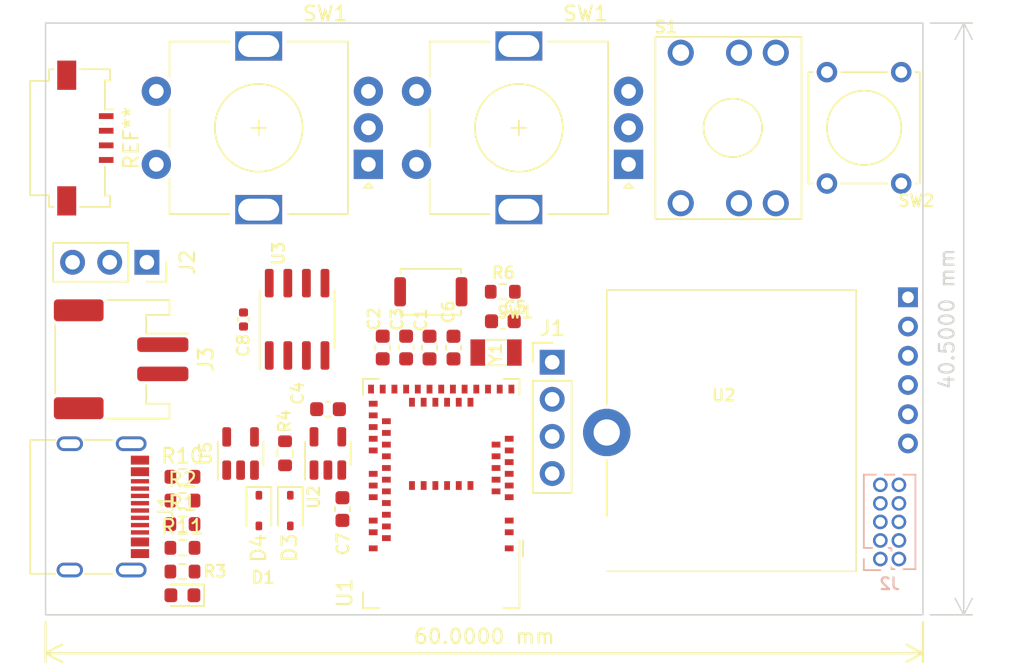
<source format=kicad_pcb>
(kicad_pcb (version 20221018) (generator pcbnew)
  (layers (0 "F.Cu" signal) (1 "In1.Cu" power "GND") (2 "In2.Cu" power "3.3V") (31 "B.Cu" signal) (34 "B.Paste" user) (35 "F.Paste" user) (36 "B.SilkS" user "B.Silkscreen") (37 "F.SilkS" user "F.Silkscreen") (38 "B.Mask" user) (39 "F.Mask" user) (44 "Edge.Cuts" user))
  (net 0 "")
  (net 1 "GND")
  (net 2 "/VCC")
  (net 3 "Net-(D1-K)")
  (net 4 "P0.03{slash}AIN1")
  (net 5 "P0.29{slash}AIN5")
  (net 6 "P0.31{slash}AIN7")
  (net 7 "P0.28{slash}AIN4")
  (net 8 "P0.30{slash}AIN6")
  (net 9 "P0.04{slash}AIN2")
  (net 10 "P0.05{slash}AIN3")
  (net 11 "P0.06")
  (net 12 "P0.07")
  (net 13 "/SWDIO")
  (net 14 "+3.3V")
  (net 15 "/SWCLK")
  (net 16 "P0.02{slash}AIN0")
  (net 17 "P0.15")
  (net 18 "P0.17")
  (net 19 "P0.23")
  (net 20 "SDA")
  (net 21 "SCL")
  (footprint "Package_TO_SOT_SMD:SOT-23-5" (layer "F.Cu") (at 123.26 73.79 90)
    (fp_text reference "U5" (at 0 -2.4 90) (layer "F.SilkS") (effects (font (size 0.8 0.8))))
    (fp_text value "AP2112K-3.3")
    (fp_line (start 0 -1.56) (end -1.8 -1.56) (stroke (width 0.12)) (layer "F.SilkS"))
    (fp_line (start 0 -1.56) (end 0.8 -1.56) (stroke (width 0.12)) (layer "F.SilkS"))
    (fp_line (start 0 1.56) (end -0.8 1.56) (stroke (width 0.12)) (layer "F.SilkS"))
    (fp_line (start 0 1.56) (end 0.8 1.56) (stroke (width 0.12)) (layer "F.SilkS"))
    (pad "1" smd roundrect (at -1.1375 -0.95 90) (size 1.325 0.6) (layers "F.Cu" "F.Paste" "F.Mask"))
    (pad "2" smd roundrect (at -1.1375 0 90) (size 1.325 0.6) (layers "F.Cu" "F.Paste" "F.Mask") (net 1 "GND"))
    (pad "3" smd roundrect (at -1.1375 0.95 90) (size 1.325 0.6) (layers "F.Cu" "F.Paste" "F.Mask"))
    (pad "4" smd roundrect (at 1.1375 0.95 90) (size 1.325 0.6) (layers "F.Cu" "F.Paste" "F.Mask"))
    (pad "5" smd roundrect (at 1.1375 -0.95 90) (size 1.325 0.6) (layers "F.Cu" "F.Paste" "F.Mask") (net 14 "+3.3V"))
  )
  (footprint "Diode_SMD:D_SOD-323" (layer "F.Cu") (at 126.66 77.695 -90)
    (fp_text reference "D3" (at 2.55 0.05 -270) (layer "F.SilkS"))
    (fp_text value "BAT20J")
    (fp_line (start -1.61 -0.85) (end -1.61 0.85) (stroke (width 0.12)) (layer "F.SilkS"))
    (fp_line (start -1.61 -0.85) (end 1.05 -0.85) (stroke (width 0.12)) (layer "F.SilkS"))
    (fp_line (start -1.61 0.85) (end 1.05 0.85) (stroke (width 0.12)) (layer "F.SilkS"))
    (pad "1" smd roundrect (at -1.05 0 270) (size 0.6 0.45) (layers "F.Cu" "F.Paste" "F.Mask"))
    (pad "2" smd roundrect (at 1.05 0 270) (size 0.6 0.45) (layers "F.Cu" "F.Paste" "F.Mask"))
  )
  (footprint "Button_Switch_THT:SW_Tactile_Straight_KSL0Axx1LFTR" (layer "F.Cu") (at 168.44 47.69 -90)
    (fp_text reference "SW2" (at 8.7909 -1.0286) (layer "F.SilkS") (effects (font (size 0.8 0.8))))
    (fp_text value "Button_0")
    (fp_line (start 0 -1.27) (end 0 -0.97) (stroke (width 0.12)) (layer "F.SilkS"))
    (fp_line (start 0 -1.27) (end 7.62 -1.27) (stroke (width 0.12)) (layer "F.SilkS"))
    (fp_line (start 0 0.97) (end 0 4.11) (stroke (width 0.12)) (layer "F.SilkS"))
    (fp_line (start 0 6.05) (end 0 6.35) (stroke (width 0.12)) (layer "F.SilkS"))
    (fp_line (start 7.62 -1.27) (end 7.62 -0.97) (stroke (width 0.12)) (layer "F.SilkS"))
    (fp_line (start 7.62 0.97) (end 7.62 4.11) (stroke (width 0.12)) (layer "F.SilkS"))
    (fp_line (start 7.62 6.05) (end 7.62 6.35) (stroke (width 0.12)) (layer "F.SilkS"))
    (fp_line (start 7.62 6.35) (end 0 6.35) (stroke (width 0.12)) (layer "F.SilkS"))
    (fp_circle (center 3.81 2.54) (end 3.81 0) (stroke (width 0.12)) (fill none) (layer "F.SilkS"))
    (pad "1" thru_hole circle (at 0 0 270) (size 1.397 1.397) (drill 0.8128) (layers "*.Cu" "*.Mask") (net 1 "GND"))
    (pad "1" thru_hole circle (at 7.62 0 270) (size 1.397 1.397) (drill 0.8128) (layers "*.Cu" "*.Mask") (net 1 "GND"))
    (pad "2" thru_hole circle (at 0 5.08 270) (size 1.397 1.397) (drill 0.8128) (layers "*.Cu" "*.Mask") (net 9 "P0.04{slash}AIN2"))
    (pad "2" thru_hole circle (at 7.62 5.08 270) (size 1.397 1.397) (drill 0.8128) (layers "*.Cu" "*.Mask") (net 9 "P0.04{slash}AIN2"))
  )
  (footprint "Connector_FFC-FPC:Molex_200528-0040_1x04-1MP_P1.00mm_Horizontal" (layer "F.Cu") (at 113.16 52.2 -90)
    (fp_text reference "REF**" (at 0 -2.61 -270) (layer "F.SilkS"))
    (fp_text value "I2C")
    (fp_line (start -4.71 -1.17) (end -4.71 0.88) (stroke (width 0.12)) (layer "F.SilkS"))
    (fp_line (start -4.71 2.7) (end -4.71 3) (stroke (width 0.12)) (layer "F.SilkS"))
    (fp_line (start -4.71 3) (end -3.91 3) (stroke (width 0.12)) (layer "F.SilkS"))
    (fp_line (start -3.94 -1.17) (end -4.71 -1.17) (stroke (width 0.12)) (layer "F.SilkS"))
    (fp_line (start -3.94 -0.82) (end -3.94 -1.17) (stroke (width 0.12)) (layer "F.SilkS"))
    (fp_line (start -3.91 3) (end -3.91 4.3) (stroke (width 0.12)) (layer "F.SilkS"))
    (fp_line (start -3.91 4.3) (end 3.91 4.3) (stroke (width 0.12)) (layer "F.SilkS"))
    (fp_line (start -1.96 -1.41) (end -1.96 -0.82) (stroke (width 0.12)) (layer "F.SilkS"))
    (fp_line (start -1.96 -0.82) (end -3.94 -0.82) (stroke (width 0.12)) (layer "F.SilkS"))
    (fp_line (start 3.91 3) (end 4.71 3) (stroke (width 0.12)) (layer "F.SilkS"))
    (fp_line (start 3.91 4.3) (end 3.91 3) (stroke (width 0.12)) (layer "F.SilkS"))
    (fp_line (start 3.94 -1.17) (end 3.94 -0.82) (stroke (width 0.12)) (layer "F.SilkS"))
    (fp_line (start 3.94 -0.82) (end 1.96 -0.82) (stroke (width 0.12)) (layer "F.SilkS"))
    (fp_line (start 4.71 -1.17) (end 3.94 -1.17) (stroke (width 0.12)) (layer "F.SilkS"))
    (fp_line (start 4.71 0.88) (end 4.71 -1.17) (stroke (width 0.12)) (layer "F.SilkS"))
    (fp_line (start 4.71 3) (end 4.71 2.7) (stroke (width 0.12)) (layer "F.SilkS"))
    (pad "1" smd rect (at -1.5 -0.91 270) (size 0.4 1) (layers "F.Cu" "F.Paste" "F.Mask"))
    (pad "2" smd rect (at -0.5 -0.91 270) (size 0.4 1) (layers "F.Cu" "F.Paste" "F.Mask"))
    (pad "3" smd rect (at 0.5 -0.91 270) (size 0.4 1) (layers "F.Cu" "F.Paste" "F.Mask"))
    (pad "4" smd rect (at 1.5 -0.91 270) (size 0.4 1) (layers "F.Cu" "F.Paste" "F.Mask"))
    (pad "MP" smd rect (at -4.3 1.79 270) (size 2 1.3) (layers "F.Cu" "F.Paste" "F.Mask"))
    (pad "MP" smd rect (at 4.3 1.79 270) (size 2 1.3) (layers "F.Cu" "F.Paste" "F.Mask"))
  )
  (footprint "Diode_SMD:D_SOD-323" (layer "F.Cu") (at 124.51 77.695 -90)
    (fp_text reference "D4" (at 2.575 0.025 -270) (layer "F.SilkS"))
    (fp_text value "BAT20J")
    (fp_line (start -1.61 -0.85) (end -1.61 0.85) (stroke (width 0.12)) (layer "F.SilkS"))
    (fp_line (start -1.61 -0.85) (end 1.05 -0.85) (stroke (width 0.12)) (layer "F.SilkS"))
    (fp_line (start -1.61 0.85) (end 1.05 0.85) (stroke (width 0.12)) (layer "F.SilkS"))
    (pad "1" smd roundrect (at -1.05 0 270) (size 0.6 0.45) (layers "F.Cu" "F.Paste" "F.Mask"))
    (pad "2" smd roundrect (at 1.05 0 270) (size 0.6 0.45) (layers "F.Cu" "F.Paste" "F.Mask"))
  )
  (footprint "Capacitor_SMD:C_0603_1608Metric" (layer "F.Cu") (at 130.225 77.59 -90)
    (fp_text reference "C7" (at 2.38 -0.035 -270) (layer "F.SilkS") (effects (font (size 0.8 0.8))))
    (fp_text value "4u7")
    (fp_line (start -0.14058 -0.51) (end 0.14058 -0.51) (stroke (width 0.12)) (layer "F.SilkS"))
    (fp_line (start -0.14058 0.51) (end 0.14058 0.51) (stroke (width 0.12)) (layer "F.SilkS"))
    (pad "1" smd roundrect (at -0.775 0 270) (size 0.9 0.95) (layers "F.Cu" "F.Paste" "F.Mask"))
    (pad "2" smd roundrect (at 0.775 0 270) (size 0.9 0.95) (layers "F.Cu" "F.Paste" "F.Mask") (net 1 "GND"))
  )
  (footprint "Package_SO:SOIC-8_3.9x4.9mm_P1.27mm" (layer "F.Cu") (at 127.125 64.605 90)
    (fp_text reference "U3" (at 4.5094 -1.2764 90) (layer "F.SilkS") (effects (font (size 0.8 0.8))))
    (fp_text value "CAT24C256")
    (fp_line (start 0 -2.56) (end -3.45 -2.56) (stroke (width 0.12)) (layer "F.SilkS"))
    (fp_line (start 0 -2.56) (end 1.95 -2.56) (stroke (width 0.12)) (layer "F.SilkS"))
    (fp_line (start 0 2.56) (end -1.95 2.56) (stroke (width 0.12)) (layer "F.SilkS"))
    (fp_line (start 0 2.56) (end 1.95 2.56) (stroke (width 0.12)) (layer "F.SilkS"))
    (pad "1" smd roundrect (at -2.475 -1.905 90) (size 1.95 0.6) (layers "F.Cu" "F.Paste" "F.Mask") (net 1 "GND"))
    (pad "2" smd roundrect (at -2.475 -0.635 90) (size 1.95 0.6) (layers "F.Cu" "F.Paste" "F.Mask") (net 1 "GND"))
    (pad "3" smd roundrect (at -2.475 0.635 90) (size 1.95 0.6) (layers "F.Cu" "F.Paste" "F.Mask") (net 1 "GND"))
    (pad "4" smd roundrect (at -2.475 1.905 90) (size 1.95 0.6) (layers "F.Cu" "F.Paste" "F.Mask") (net 1 "GND"))
    (pad "5" smd roundrect (at 2.475 1.905 90) (size 1.95 0.6) (layers "F.Cu" "F.Paste" "F.Mask") (net 20 "SDA"))
    (pad "6" smd roundrect (at 2.475 0.635 90) (size 1.95 0.6) (layers "F.Cu" "F.Paste" "F.Mask") (net 21 "SCL"))
    (pad "7" smd roundrect (at 2.475 -0.635 90) (size 1.95 0.6) (layers "F.Cu" "F.Paste" "F.Mask") (net 1 "GND"))
    (pad "8" smd roundrect (at 2.475 -1.905 90) (size 1.95 0.6) (layers "F.Cu" "F.Paste" "F.Mask") (net 14 "+3.3V"))
  )
  (footprint "Resistor_SMD:R_0603_1608Metric" (layer "F.Cu") (at 141.1906 62.7172 180)
    (fp_text reference "R6" (at -0.0394 1.2972) (layer "F.SilkS") (effects (font (size 0.8 0.8))))
    (fp_text value "10k")
    (fp_line (start -0.237258 -0.5225) (end 0.237258 -0.5225) (stroke (width 0.12)) (layer "F.SilkS"))
    (fp_line (start -0.237258 0.5225) (end 0.237258 0.5225) (stroke (width 0.12)) (layer "F.SilkS"))
    (pad "1" smd roundrect (at -0.825 0 180) (size 0.8 0.95) (layers "F.Cu" "F.Paste" "F.Mask") (net 14 "+3.3V"))
    (pad "2" smd roundrect (at 0.825 0 180) (size 0.8 0.95) (layers "F.Cu" "F.Paste" "F.Mask"))
  )
  (footprint "Capacitor_SMD:C_0603_1608Metric" (layer "F.Cu") (at 137.82 66.54 90)
    (fp_text reference "C6" (at 2.4432 -0.3592 90) (layer "F.SilkS") (effects (font (size 0.8 0.8))))
    (fp_text value "15pF")
    (fp_line (start -0.14058 -0.51) (end 0.14058 -0.51) (stroke (width 0.12)) (layer "F.SilkS"))
    (fp_line (start -0.14058 0.51) (end 0.14058 0.51) (stroke (width 0.12)) (layer "F.SilkS"))
    (pad "1" smd roundrect (at -0.775 0 90) (size 0.9 0.95) (layers "F.Cu" "F.Paste" "F.Mask"))
    (pad "2" smd roundrect (at 0.775 0 90) (size 0.9 0.95) (layers "F.Cu" "F.Paste" "F.Mask") (net 1 "GND"))
  )
  (footprint "Connector_PinHeader_2.54mm:PinHeader_1x04_P2.54mm_Vertical" (layer "F.Cu") (at 144.57 67.54)
    (fp_text reference "J1" (at 0 -2.33) (layer "F.SilkS"))
    (fp_text value "OLED")
    (fp_line (start -1.33 -1.33) (end 0 -1.33) (stroke (width 0.12)) (layer "F.SilkS"))
    (fp_line (start -1.33 0) (end -1.33 -1.33) (stroke (width 0.12)) (layer "F.SilkS"))
    (fp_line (start -1.33 1.27) (end -1.33 8.95) (stroke (width 0.12)) (layer "F.SilkS"))
    (fp_line (start -1.33 1.27) (end 1.33 1.27) (stroke (width 0.12)) (layer "F.SilkS"))
    (fp_line (start -1.33 8.95) (end 1.33 8.95) (stroke (width 0.12)) (layer "F.SilkS"))
    (fp_line (start 1.33 1.27) (end 1.33 8.95) (stroke (width 0.12)) (layer "F.SilkS"))
    (pad "1" thru_hole rect (at 0 0) (size 1.7 1.7) (drill 1) (layers "*.Cu" "*.Mask") (net 1 "GND"))
    (pad "2" thru_hole oval (at 0 2.54) (size 1.7 1.7) (drill 1) (layers "*.Cu" "*.Mask") (net 14 "+3.3V"))
    (pad "3" thru_hole oval (at 0 5.08) (size 1.7 1.7) (drill 1) (layers "*.Cu" "*.Mask") (net 21 "SCL"))
    (pad "4" thru_hole oval (at 0 7.62) (size 1.7 1.7) (drill 1) (layers "*.Cu" "*.Mask") (net 20 "SDA"))
  )
  (footprint "LED_SMD:LED_0603_1608Metric" (layer "F.Cu") (at 119.28 83.49 180)
    (fp_text reference "D1" (at -5.52 1.22) (layer "F.SilkS") (effects (font (size 0.8 0.8))))
    (fp_text value "Yellow")
    (fp_line (start -1.485 -0.735) (end -1.485 0.735) (stroke (width 0.12)) (layer "F.SilkS"))
    (fp_line (start -1.485 0.735) (end 0.8 0.735) (stroke (width 0.12)) (layer "F.SilkS"))
    (fp_line (start 0.8 -0.735) (end -1.485 -0.735) (stroke (width 0.12)) (layer "F.SilkS"))
    (pad "1" smd roundrect (at -0.7875 0 180) (size 0.875 0.95) (layers "F.Cu" "F.Paste" "F.Mask") (net 3 "Net-(D1-K)"))
    (pad "2" smd roundrect (at 0.7875 0 180) (size 0.875 0.95) (layers "F.Cu" "F.Paste" "F.Mask"))
  )
  (footprint "Package_TO_SOT_SMD:SOT-23-5" (layer "F.Cu") (at 129.23 73.785 90)
    (fp_text reference "U2" (at -2.985 -0.97 90) (layer "F.SilkS") (effects (font (size 0.8 0.8))))
    (fp_text value "MCP73831-2-OT")
    (fp_line (start 0 -1.56) (end -1.8 -1.56) (stroke (width 0.12)) (layer "F.SilkS"))
    (fp_line (start 0 -1.56) (end 0.8 -1.56) (stroke (width 0.12)) (layer "F.SilkS"))
    (fp_line (start 0 1.56) (end -0.8 1.56) (stroke (width 0.12)) (layer "F.SilkS"))
    (fp_line (start 0 1.56) (end 0.8 1.56) (stroke (width 0.12)) (layer "F.SilkS"))
    (pad "1" smd roundrect (at -1.1375 -0.95 90) (size 1.325 0.6) (layers "F.Cu" "F.Paste" "F.Mask"))
    (pad "2" smd roundrect (at -1.1375 0 90) (size 1.325 0.6) (layers "F.Cu" "F.Paste" "F.Mask") (net 1 "GND"))
    (pad "3" smd roundrect (at -1.1375 0.95 90) (size 1.325 0.6) (layers "F.Cu" "F.Paste" "F.Mask"))
    (pad "4" smd roundrect (at 1.1375 0.95 90) (size 1.325 0.6) (layers "F.Cu" "F.Paste" "F.Mask"))
    (pad "5" smd roundrect (at 1.1375 -0.95 90) (size 1.325 0.6) (layers "F.Cu" "F.Paste" "F.Mask"))
  )
  (footprint "Resistor_SMD:R_0603_1608Metric" (layer "F.Cu") (at 119.285 75.385)
    (fp_text reference "R10" (at 0 -1.43) (layer "F.SilkS"))
    (fp_text value "5k1")
    (fp_line (start -0.237258 -0.5225) (end 0.237258 -0.5225) (stroke (width 0.12)) (layer "F.SilkS"))
    (fp_line (start -0.237258 0.5225) (end 0.237258 0.5225) (stroke (width 0.12)) (layer "F.SilkS"))
    (pad "1" smd roundrect (at -0.825 0) (size 0.8 0.95) (layers "F.Cu" "F.Paste" "F.Mask"))
    (pad "2" smd roundrect (at 0.825 0) (size 0.8 0.95) (layers "F.Cu" "F.Paste" "F.Mask") (net 1 "GND"))
  )
  (footprint "Connector_JST:JST_PH_S2B-PH-SM4-TB_1x02-1MP_P2.00mm_Horizontal" (layer "F.Cu") (at 115.09 67.34 -90)
    (fp_text reference "J3" (at 0 -5.8 -270) (layer "F.SilkS"))
    (fp_text value "BATT")
    (fp_line (start -4.06 -3.31) (end -3.04 -3.31) (stroke (width 0.12)) (layer "F.SilkS"))
    (fp_line (start -4.06 0.94) (end -4.06 -3.31) (stroke (width 0.12)) (layer "F.SilkS"))
    (fp_line (start -3.04 -3.31) (end -3.04 -1.71) (stroke (width 0.12)) (layer "F.SilkS"))
    (fp_line (start -3.04 -1.71) (end -1.76 -1.71) (stroke (width 0.12)) (layer "F.SilkS"))
    (fp_line (start -2.34 4.51) (end 2.34 4.51) (stroke (width 0.12)) (layer "F.SilkS"))
    (fp_line (start -1.76 -1.71) (end -1.76 -4.6) (stroke (width 0.12)) (layer "F.SilkS"))
    (fp_line (start 3.04 -3.31) (end 3.04 -1.71) (stroke (width 0.12)) (layer "F.SilkS"))
    (fp_line (start 3.04 -1.71) (end 1.76 -1.71) (stroke (width 0.12)) (layer "F.SilkS"))
    (fp_line (start 4.06 -3.31) (end 3.04 -3.31) (stroke (width 0.12)) (layer "F.SilkS"))
    (fp_line (start 4.06 0.94) (end 4.06 -3.31) (stroke (width 0.12)) (layer "F.SilkS"))
    (pad "1" smd roundrect (at -1 -2.85 270) (size 1 3.5) (layers "F.Cu" "F.Paste" "F.Mask"))
    (pad "2" smd roundrect (at 1 -2.85 270) (size 1 3.5) (layers "F.Cu" "F.Paste" "F.Mask") (net 1 "GND"))
    (pad "MP" smd roundrect (at -3.35 2.9 270) (size 1.5 3.4) (layers "F.Cu" "F.Paste" "F.Mask") (roundrect_rratio 0.166667))
    (pad "MP" smd roundrect (at 3.35 2.9 270) (size 1.5 3.4) (layers "F.Cu" "F.Paste" "F.Mask") (roundrect_rratio 0.166667))
  )
  (footprint "Button_Switch_SMD:SW_Push_SPST_NO_Alps_SKRK" (layer "F.Cu") (at 136.27 62.72)
    (fp_text reference "SW1" (at 5.76 1.4) (layer "F.SilkS") (effects (font (size 0.8 0.8))))
    (fp_text value "RESET")
    (fp_line (start -2.07 -1.57) (end 2.07 -1.57) (stroke (width 0.12)) (layer "F.SilkS"))
    (fp_line (start -2.07 -1.27) (end -2.07 -1.57) (stroke (width 0.12)) (layer "F.SilkS"))
    (fp_line (start -2.07 1.57) (end -2.07 1.27) (stroke (width 0.12)) (layer "F.SilkS"))
    (fp_line (start 2.07 -1.57) (end 2.07 -1.27) (stroke (width 0.12)) (layer "F.SilkS"))
    (fp_line (start 2.07 1.27) (end 2.07 1.57) (stroke (width 0.12)) (layer "F.SilkS"))
    (fp_line (start 2.07 1.57) (end -2.07 1.57) (stroke (width 0.12)) (layer "F.SilkS"))
    (pad "1" smd roundrect (at -2.1 0) (size 0.8 2) (layers "F.Cu" "F.Paste" "F.Mask") (net 1 "GND"))
    (pad "2" smd roundrect (at 2.1 0) (size 0.8 2) (layers "F.Cu" "F.Paste" "F.Mask"))
  )
  (footprint "Crystal:Crystal_SMD_3215-2Pin_3.2x1.5mm" (layer "F.Cu") (at 140.73 66.88)
    (fp_text reference "Y1" (at -0.025 0.075 90) (layer "F.SilkS") (effects (font (size 0.8 0.8))))
    (fp_text value "32.768kHz")
    (fp_line (start -0.675 -0.875) (end 0.675 -0.875) (stroke (width 0.12)) (layer "F.SilkS"))
    (fp_line (start -0.675 0.875) (end 0.675 0.875) (stroke (width 0.12)) (layer "F.SilkS"))
    (pad "1" smd rect (at 1.25 0) (size 1 1.8) (layers "F.Cu" "F.Paste" "F.Mask"))
    (pad "2" smd rect (at -1.25 0) (size 1 1.8) (layers "F.Cu" "F.Paste" "F.Mask"))
  )
  (footprint "Capacitor_SMD:C_0603_1608Metric" (layer "F.Cu") (at 132.98 66.535 90)
    (fp_text reference "C2" (at 1.9556 -0.5992 90) (layer "F.SilkS") (effects (font (size 0.8 0.8))))
    (fp_text value "10uF")
    (fp_line (start -0.14058 -0.51) (end 0.14058 -0.51) (stroke (width 0.12)) (layer "F.SilkS"))
    (fp_line (start -0.14058 0.51) (end 0.14058 0.51) (stroke (width 0.12)) (layer "F.SilkS"))
    (pad "1" smd roundrect (at -0.775 0 90) (size 0.9 0.95) (layers "F.Cu" "F.Paste" "F.Mask") (net 14 "+3.3V"))
    (pad "2" smd roundrect (at 0.775 0 90) (size 0.9 0.95) (layers "F.Cu" "F.Paste" "F.Mask") (net 1 "GND"))
  )
  (footprint "Capacitor_SMD:C_0402_1005Metric" (layer "F.Cu") (at 123.4586 64.6156 -90)
    (fp_text reference "C8" (at 1.78 0.01 -270) (layer "F.SilkS") (effects (font (size 0.8 0.8))))
    (fp_text value "100nF")
    (fp_line (start -0.107836 -0.36) (end 0.107836 -0.36) (stroke (width 0.12)) (layer "F.SilkS"))
    (fp_line (start -0.107836 0.36) (end 0.107836 0.36) (stroke (width 0.12)) (layer "F.SilkS"))
    (pad "1" smd roundrect (at -0.48 0 270) (size 0.56 0.62) (layers "F.Cu" "F.Paste" "F.Mask") (net 14 "+3.3V"))
    (pad "2" smd roundrect (at 0.48 0 270) (size 0.56 0.62) (layers "F.Cu" "F.Paste" "F.Mask") (net 1 "GND"))
  )
  (footprint "Capacitor_SMD:C_0603_1608Metric" (layer "F.Cu") (at 141.195 64.74)
    (fp_text reference "C5" (at 0.8378 -0.948) (layer "F.SilkS") (effects (font (size 0.8 0.8))))
    (fp_text value "15pF")
    (fp_line (start -0.14058 -0.51) (end 0.14058 -0.51) (stroke (width 0.12)) (layer "F.SilkS"))
    (fp_line (start -0.14058 0.51) (end 0.14058 0.51) (stroke (width 0.12)) (layer "F.SilkS"))
    (pad "1" smd roundrect (at -0.775 0) (size 0.9 0.95) (layers "F.Cu" "F.Paste" "F.Mask") (net 1 "GND"))
    (pad "2" smd roundrect (at 0.775 0) (size 0.9 0.95) (layers "F.Cu" "F.Paste" "F.Mask"))
  )
  (footprint "Capacitor_SMD:C_0603_1608Metric" (layer "F.Cu") (at 129.24 70.755 180)
    (fp_text reference "C4" (at 2.08 1.085 90) (layer "F.SilkS") (effects (font (size 0.8 0.8))))
    (fp_text value "4u7")
    (fp_line (start -0.14058 -0.51) (end 0.14058 -0.51) (stroke (width 0.12)) (layer "F.SilkS"))
    (fp_line (start -0.14058 0.51) (end 0.14058 0.51) (stroke (width 0.12)) (layer "F.SilkS"))
    (pad "1" smd roundrect (at -0.775 0 180) (size 0.9 0.95) (layers "F.Cu" "F.Paste" "F.Mask"))
    (pad "2" smd roundrect (at 0.775 0 180) (size 0.9 0.95) (layers "F.Cu" "F.Paste" "F.Mask") (net 1 "GND"))
  )
  (footprint "Resistor_SMD:R_0603_1608Metric" (layer "F.Cu") (at 119.285 81.87)
    (fp_text reference "R3" (at 2.225 -0.02) (layer "F.SilkS") (effects (font (size 0.8 0.8))))
    (fp_text value "1k")
    (fp_line (start -0.237258 -0.5225) (end 0.237258 -0.5225) (stroke (width 0.12)) (layer "F.SilkS"))
    (fp_line (start -0.237258 0.5225) (end 0.237258 0.5225) (stroke (width 0.12)) (layer "F.SilkS"))
    (pad "1" smd roundrect (at -0.825 0) (size 0.8 0.95) (layers "F.Cu" "F.Paste" "F.Mask") (net 3 "Net-(D1-K)"))
    (pad "2" smd roundrect (at 0.825 0) (size 0.8 0.95) (layers "F.Cu" "F.Paste" "F.Mask"))
  )
  (footprint "RF_Module:Raytac_MDBT50Q" (layer "F.Cu") (at 136.98 76.53 180)
    (fp_text reference "U1" (at 6.6 -6.8 90) (layer "F.SilkS"))
    (fp_text value "MDBT50Q-P1MV2")
    (fp_line (start -5.6 -4.3) (end -5.6 -3.2) (stroke (width 0.12)) (layer "F.SilkS"))
    (fp_line (start -5.35 -7.85) (end -5.35 -3.2) (stroke (width 0.12)) (layer "F.SilkS"))
    (fp_line (start -5.35 6.75) (end -5.35 7.85) (stroke (width 0.12)) (layer "F.SilkS"))
    (fp_line (start -5.35 7.85) (end -4.25 7.85) (stroke (width 0.12)) (layer "F.SilkS"))
    (fp_line (start -4.25 -7.85) (end -5.35 -7.85) (stroke (width 0.12)) (layer "F.SilkS"))
    (fp_line (start 4.25 -7.85) (end 5.35 -7.85) (stroke (width 0.12)) (layer "F.SilkS"))
    (fp_line (start 5.35 -7.85) (end 5.35 -6.75) (stroke (width 0.12)) (layer "F.SilkS"))
    (fp_line (start 5.35 6.75) (end 5.35 7.85) (stroke (width 0.12)) (layer "F.SilkS"))
    (fp_line (start 5.35 7.85) (end 4.25 7.85) (stroke (width 0.12)) (layer "F.SilkS"))
    (pad "1" smd rect (at -4.65 -3.75 180) (size 0.6 0.4) (layers "F.Cu" "F.Paste" "F.Mask") (net 1 "GND"))
    (pad "2" smd rect (at -4.65 -2.65 180) (size 0.6 0.4) (layers "F.Cu" "F.Paste" "F.Mask") (net 1 "GND"))
    (pad "3" smd rect (at -4.65 -1.85 180) (size 0.6 0.4) (layers "F.Cu" "F.Paste" "F.Mask"))
    (pad "4" smd rect (at -4.65 -0.25 180) (size 0.6 0.4) (layers "F.Cu" "F.Paste" "F.Mask"))
    (pad "5" smd rect (at -3.75 0.15 180) (size 0.6 0.4) (layers "F.Cu" "F.Paste" "F.Mask"))
    (pad "6" smd rect (at -4.65 0.55 180) (size 0.6 0.4) (layers "F.Cu" "F.Paste" "F.Mask"))
    (pad "7" smd rect (at -3.75 0.95 180) (size 0.6 0.4) (layers "F.Cu" "F.Paste" "F.Mask"))
    (pad "8" smd rect (at -4.65 1.35 180) (size 0.6 0.4) (layers "F.Cu" "F.Paste" "F.Mask"))
    (pad "9" smd rect (at -3.75 1.75 180) (size 0.6 0.4) (layers "F.Cu" "F.Paste" "F.Mask") (net 4 "P0.03{slash}AIN1"))
    (pad "10" smd rect (at -4.65 2.15 180) (size 0.6 0.4) (layers "F.Cu" "F.Paste" "F.Mask") (net 5 "P0.29{slash}AIN5"))
    (pad "11" smd rect (at -3.75 2.55 180) (size 0.6 0.4) (layers "F.Cu" "F.Paste" "F.Mask") (net 16 "P0.02{slash}AIN0"))
    (pad "12" smd rect (at -4.65 2.95 180) (size 0.6 0.4) (layers "F.Cu" "F.Paste" "F.Mask") (net 6 "P0.31{slash}AIN7"))
    (pad "13" smd rect (at -3.75 3.35 180) (size 0.6 0.4) (layers "F.Cu" "F.Paste" "F.Mask") (net 7 "P0.28{slash}AIN4"))
    (pad "14" smd rect (at -4.65 3.75 180) (size 0.6 0.4) (layers "F.Cu" "F.Paste" "F.Mask") (net 8 "P0.30{slash}AIN6"))
    (pad "15" smd rect (at -4.8 7.15 270) (size 0.6 0.4) (layers "F.Cu" "F.Paste" "F.Mask") (net 1 "GND"))
    (pad "16" smd rect (at -4 7.15 270) (size 0.6 0.4) (layers "F.Cu" "F.Paste" "F.Mask"))
    (pad "17" smd rect (at -3.2 7.15 270) (size 0.6 0.4) (layers "F.Cu" "F.Paste" "F.Mask"))
    (pad "18" smd rect (at -2.4 7.15 270) (size 0.6 0.4) (layers "F.Cu" "F.Paste" "F.Mask"))
    (pad "19" smd rect (at -2 6.25 270) (size 0.6 0.4) (layers "F.Cu" "F.Paste" "F.Mask"))
    (pad "20" smd rect (at -1.6 7.15 270) (size 0.6 0.4) (layers "F.Cu" "F.Paste" "F.Mask") (net 9 "P0.04{slash}AIN2"))
    (pad "21" smd rect (at -1.2 6.25 270) (size 0.6 0.4) (layers "F.Cu" "F.Paste" "F.Mask") (net 10 "P0.05{slash}AIN3"))
    (pad "22" smd rect (at -0.8 7.15 270) (size 0.6 0.4) (layers "F.Cu" "F.Paste" "F.Mask") (net 11 "P0.06"))
    (pad "23" smd rect (at -0.4 6.25 270) (size 0.6 0.4) (layers "F.Cu" "F.Paste" "F.Mask") (net 12 "P0.07"))
    (pad "24" smd rect (at 0 7.15 270) (size 0.6 0.4) (layers "F.Cu" "F.Paste" "F.Mask") (net 20 "SDA"))
    (pad "25" smd rect (at 0.4 6.25 270) (size 0.6 0.4) (layers "F.Cu" "F.Paste" "F.Mask"))
    (pad "26" smd rect (at 0.8 7.15 270) (size 0.6 0.4) (layers "F.Cu" "F.Paste" "F.Mask"))
    (pad "27" smd rect (at 1.2 6.25 270) (size 0.6 0.4) (layers "F.Cu" "F.Paste" "F.Mask") (net 21 "SCL"))
    (pad "28" smd rect (at 1.6 7.15 270) (size 0.6 0.4) (layers "F.Cu" "F.Paste" "F.Mask") (net 14 "+3.3V"))
    (pad "29" smd rect (at 2 6.25 270) (size 0.6 0.4) (layers "F.Cu" "F.Paste" "F.Mask"))
    (pad "30" smd rect (at 2.4 7.15 270) (size 0.6 0.4) (layers "F.Cu" "F.Paste" "F.Mask") (net 14 "+3.3V"))
    (pad "31" smd rect (at 3.2 7.15 270) (size 0.6 0.4) (layers "F.Cu" "F.Paste" "F.Mask"))
    (pad "32" smd rect (at 4 7.15 270) (size 0.6 0.4) (layers "F.Cu" "F.Paste" "F.Mask"))
    (pad "33" smd rect (at 4.8 7.15 270) (size 0.6 0.4) (layers "F.Cu" "F.Paste" "F.Mask") (net 1 "GND"))
    (pad "34" smd rect (at 4.65 6.15 180) (size 0.6 0.4) (layers "F.Cu" "F.Paste" "F.Mask"))
    (pad "35" smd rect (at 4.65 5.35 180) (size 0.6 0.4) (layers "F.Cu" "F.Paste" "F.Mask"))
    (pad "36" smd rect (at 3.75 4.95 180) (size 0.6 0.4) (layers "F.Cu" "F.Paste" "F.Mask"))
    (pad "37" smd rect (at 4.65 4.55 180) (size 0.6 0.4) (layers "F.Cu" "F.Paste" "F.Mask"))
    (pad "38" smd rect (at 3.75 4.15 180) (size 0.6 0.4) (layers "F.Cu" "F.Paste" "F.Mask"))
    (pad "39" smd rect (at 4.65 3.75 180) (size 0.6 0.4) (layers "F.Cu" "F.Paste" "F.Mask") (net 17 "P0.15"))
    (pad "40" smd rect (at 3.75 3.35 180) (size 0.6 0.4) (layers "F.Cu" "F.Paste" "F.Mask"))
    (pad "41" smd rect (at 4.65 2.95 180) (size 0.6 0.4) (layers "F.Cu" "F.Paste" "F.Mask") (net 18 "P0.17"))
    (pad "42" smd rect (at 3.75 2.55 180) (size 0.6 0.4) (layers "F.Cu" "F.Paste" "F.Mask"))
    (pad "43" smd rect (at 3.75 1.75 180) (size 0.6 0.4) (layers "F.Cu" "F.Paste" "F.Mask"))
    (pad "44" smd rect (at 4.65 1.35 180) (size 0.6 0.4) (layers "F.Cu" "F.Paste" "F.Mask"))
    (pad "45" smd rect (at 3.75 0.95 180) (size 0.6 0.4) (layers "F.Cu" "F.Paste" "F.Mask") (net 19 "P0.23"))
    (pad "46" smd rect (at 4.65 0.55 180) (size 0.6 0.4) (layers "F.Cu" "F.Paste" "F.Mask"))
    (pad "47" smd rect (at 3.75 0.15 180) (size 0.6 0.4) (layers "F.Cu" "F.Paste" "F.Mask"))
    (pad "48" smd rect (at 4.65 -0.25 180) (size 0.6 0.4) (layers "F.Cu" "F.Paste" "F.Mask"))
    (pad "49" smd rect (at 3.75 -0.65 180) (size 0.6 0.4) (layers "F.Cu" "F.Paste" "F.Mask"))
    (pad "50" smd rect (at 3.75 -1.45 180) (size 0.6 0.4) (layers "F.Cu" "F.Paste" "F.Mask"))
    (pad "51" smd rect (at 4.65 -1.85 180) (size 0.6 0.4) (layers "F.Cu" "F.Paste" "F.Mask"))
    (pad "52" smd rect (at 3.75 -2.25 180) (size 0.6 0.4) (layers "F.Cu" "F.Paste" "F.Mask"))
    (pad "53" smd rect (at 4.65 -2.65 180) (size 0.6 0.4) (layers "F.Cu" "F.Paste" "F.Mask"))
    (pad "54" smd rect (at 3.75 -3.05 180) (size 0.6 0.4) (layers "F.Cu" "F.Paste" "F.Mask"))
    (pad "55" smd rect (at 4.65 -3.75 180) (size 0.6 0.4) (layers "F.Cu" "F.Paste" "F.Mask") (net 1 "GND"))
    (pad "56" smd rect (at -2 0.55 270) (size 0.6 0.4) (layers "F.Cu" "F.Paste" "F.Mask"))
    (pad "57" smd rect (at -1.2 0.55 270) (size 0.6 0.4) (layers "F.Cu" "F.Paste" "F.Mask"))
    (pad "58" smd rect (at -0.4 0.55 270) (size 0.6 0.4) (layers "F.Cu" "F.Paste" "F.Mask"))
    (pad "59" smd rect (at 0.4 0.55 270) (size 0.6 0.4) (layers "F.Cu" "F.Paste" "F.Mask"))
    (pad "60" smd rect (at 1.2 0.55 270) (size 0.6 0.4) (layers "F.Cu" "F.Paste" "F.Mask"))
    (pad "61" smd rect (at 2 0.55 270) (size 0.6 0.4) (layers "F.Cu" "F.Paste" "F.Mask"))
  )
  (footprint "Button_Switch_THT:SKQUCAA010" (layer "F.Cu") (at 156.896666 51.5 90)
    (fp_text reference "S1" (at 6.8975 -4.554 unlocked) (layer "F.SilkS") (effects (font (size 0.8 0.8))))
    (fp_text value "5WAY_0")
    (fp_line (start -6.25 4.725) (end -6.25 -5.275) (stroke (width 0.12)) (layer "F.SilkS"))
    (fp_line (start -6.25 4.725) (end 6.225 4.725) (stroke (width 0.12)) (layer "F.SilkS"))
    (fp_line (start 6.225 -5.275) (end -6.25 -5.275) (stroke (width 0.12)) (layer "F.SilkS"))
    (fp_line (start 6.225 4.725) (end 6.225 -5.275) (stroke (width 0.12)) (layer "F.SilkS"))
    (fp_circle (center 0 0.025) (end 0 2.025) (stroke (width 0.12)) (fill none) (layer "F.SilkS"))
    (pad "1" thru_hole circle (at -5.16 -3.535 180) (size 1.778 1.778) (drill 1.143) (layers "*.Cu" "*.Mask") (net 10 "P0.05{slash}AIN3"))
    (pad "2" thru_hole circle (at -5.16 0.45 180) (size 1.778 1.778) (drill 1.143) (layers "*.Cu" "*.Mask") (net 11 "P0.06"))
    (pad "3" thru_hole circle (at -5.16 2.965 180) (size 1.778 1.778) (drill 1.143) (layers "*.Cu" "*.Mask") (net 12 "P0.07"))
    (pad "4" thru_hole circle (at 5.14 2.965 180) (size 1.778 1.778) (drill 1.143) (layers "*.Cu" "*.Mask") (net 1 "GND"))
    (pad "5" thru_hole circle (at 5.14 0.45 180) (size 1.778 1.778) (drill 1.143) (layers "*.Cu" "*.Mask") (net 7 "P0.28{slash}AIN4"))
    (pad "6" thru_hole circle (at 5.14 -3.535 180) (size 1.778 1.778) (drill 1.143) (layers "*.Cu" "*.Mask") (net 8 "P0.30{slash}AIN6"))
  )
  (footprint "Rotary_Encoder:RotaryEncoder_Alps_EC11E-Switch_Vertical_H20mm" (layer "F.Cu") (at 149.79 54 180)
    (fp_text reference "SW1" (at 2.95 10.325) (layer "F.SilkS"))
    (fp_text value "RotaryEncoder_Switch")
    (fp_line (start -0.3 -1.6) (end 0.3 -1.6) (stroke (width 0.12)) (layer "F.SilkS"))
    (fp_line (start 0 -1.3) (end -0.3 -1.6) (stroke (width 0.12)) (layer "F.SilkS"))
    (fp_line (start 0.3 -1.6) (end 0 -1.3) (stroke (width 0.12)) (layer "F.SilkS"))
    (fp_line (start 1.4 -3.4) (end 1.4 8.4) (stroke (width 0.12)) (layer "F.SilkS"))
    (fp_line (start 5.5 -3.4) (end 1.4 -3.4) (stroke (width 0.12)) (layer "F.SilkS"))
    (fp_line (start 5.5 8.4) (end 1.4 8.4) (stroke (width 0.12)) (layer "F.SilkS"))
    (fp_line (start 7 2.5) (end 8 2.5) (stroke (width 0.12)) (layer "F.SilkS"))
    (fp_line (start 7.5 2) (end 7.5 3) (stroke (width 0.12)) (layer "F.SilkS"))
    (fp_line (start 9.5 -3.4) (end 13.6 -3.4) (stroke (width 0.12)) (layer "F.SilkS"))
    (fp_line (start 13.6 -3.4) (end 13.6 -1) (stroke (width 0.12)) (layer "F.SilkS"))
    (fp_line (start 13.6 1.2) (end 13.6 3.8) (stroke (width 0.12)) (layer "F.SilkS"))
    (fp_line (start 13.6 6) (end 13.6 8.4) (stroke (width 0.12)) (layer "F.SilkS"))
    (fp_line (start 13.6 8.4) (end 9.5 8.4) (stroke (width 0.12)) (layer "F.SilkS"))
    (fp_circle (center 7.5 2.5) (end 10.5 2.5) (stroke (width 0.12)) (fill none) (layer "F.SilkS"))
    (pad "A" thru_hole rect (at 0 0 180) (size 2 2) (drill 1) (layers "*.Cu" "*.Mask"))
    (pad "B" thru_hole circle (at 0 5 180) (size 2 2) (drill 1) (layers "*.Cu" "*.Mask"))
    (pad "C" thru_hole circle (at 0 2.5 180) (size 2 2) (drill 1) (layers "*.Cu" "*.Mask"))
    (pad "MP" thru_hole rect (at 7.5 -3.1 180) (size 3.2 2) (drill oval 2.8 1.5) (layers "*.Cu" "*.Mask"))
    (pad "MP" thru_hole rect (at 7.5 8.1 180) (size 3.2 2) (drill oval 2.8 1.5) (layers "*.Cu" "*.Mask"))
    (pad "S1" thru_hole circle (at 14.5 5 180) (size 2 2) (drill 1) (layers "*.Cu" "*.Mask"))
    (pad "S2" thru_hole circle (at 14.5 0 180) (size 2 2) (drill 1) (layers "*.Cu" "*.Mask"))
  )
  (footprint "Connector_PinSocket_2.54mm:PinSocket_1x03_P2.54mm_Vertical" (layer "F.Cu") (at 116.85 60.7 -90)
    (fp_text reference "J2" (at 0 -2.77 90) (layer "F.SilkS"))
    (fp_text value "LEDS")
    (fp_line (start -1.33 1.27) (end -1.33 6.41) (stroke (width 0.12)) (layer "F.SilkS"))
    (fp_line (start -1.33 1.27) (end 1.33 1.27) (stroke (width 0.12)) (layer "F.SilkS"))
    (fp_line (start -1.33 6.41) (end 1.33 6.41) (stroke (width 0.12)) (layer "F.SilkS"))
    (fp_line (start 0 -1.33) (end 1.33 -1.33) (stroke (width 0.12)) (layer "F.SilkS"))
    (fp_line (start 1.33 -1.33) (end 1.33 0) (stroke (width 0.12)) (layer "F.SilkS"))
    (fp_line (start 1.33 1.27) (end 1.33 6.41) (stroke (width 0.12)) (layer "F.SilkS"))
    (pad "1" thru_hole rect (at 0 0 270) (size 1.7 1.7) (drill 1) (layers "*.Cu" "*.Mask") (net 2 "/VCC"))
    (pad "2" thru_hole oval (at 0 2.54 270) (size 1.7 1.7) (drill 1) (layers "*.Cu" "*.Mask") (net 13 "/SWDIO"))
    (pad "3" thru_hole oval (at 0 5.08 270) (size 1.7 1.7) (drill 1) (layers "*.Cu" "*.Mask") (net 15 "/SWCLK"))
  )
  (footprint "Rotary_Encoder:RotaryEncoder_Alps_EC11E-Switch_Vertical_H20mm" (layer "F.Cu") (at 132 54 180)
    (fp_text reference "SW1" (at 2.95 10.325) (layer "F.SilkS"))
    (fp_text value "RotaryEncoder_Switch")
    (fp_line (start -0.3 -1.6) (end 0.3 -1.6) (stroke (width 0.12)) (layer "F.SilkS"))
    (fp_line (start 0 -1.3) (end -0.3 -1.6) (stroke (width 0.12)) (layer "F.SilkS"))
    (fp_line (start 0.3 -1.6) (end 0 -1.3) (stroke (width 0.12)) (layer "F.SilkS"))
    (fp_line (start 1.4 -3.4) (end 1.4 8.4) (stroke (width 0.12)) (layer "F.SilkS"))
    (fp_line (start 5.5 -3.4) (end 1.4 -3.4) (stroke (width 0.12)) (layer "F.SilkS"))
    (fp_line (start 5.5 8.4) (end 1.4 8.4) (stroke (width 0.12)) (layer "F.SilkS"))
    (fp_line (start 7 2.5) (end 8 2.5) (stroke (width 0.12)) (layer "F.SilkS"))
    (fp_line (start 7.5 2) (end 7.5 3) (stroke (width 0.12)) (layer "F.SilkS"))
    (fp_line (start 9.5 -3.4) (end 13.6 -3.4) (stroke (width 0.12)) (layer "F.SilkS"))
    (fp_line (start 13.6 -3.4) (end 13.6 -1) (stroke (width 0.12)) (layer "F.SilkS"))
    (fp_line (start 13.6 1.2) (end 13.6 3.8) (stroke (width 0.12)) (layer "F.SilkS"))
    (fp_line (start 13.6 6) (end 13.6 8.4) (stroke (width 0.12)) (layer "F.SilkS"))
    (fp_line (start 13.6 8.4) (end 9.5 8.4) (stroke (width 0.12)) (layer "F.SilkS"))
    (fp_circle (center 7.5 2.5) (end 10.5 2.5) (stroke (width 0.12)) (fill none) (layer "F.SilkS"))
    (pad "A" thru_hole rect (at 0 0 180) (size 2 2) (drill 1) (layers "*.Cu" "*.Mask") (net 17 "P0.15"))
    (pad "B" thru_hole circle (at 0 5 180) (size 2 2) (drill 1) (layers "*.Cu" "*.Mask") (net 18 "P0.17"))
    (pad "C" thru_hole circle (at 0 2.5 180) (size 2 2) (drill 1) (layers "*.Cu" "*.Mask") (net 1 "GND"))
    (pad "MP" thru_hole rect (at 7.5 -3.1 180) (size 3.2 2) (drill oval 2.8 1.5) (layers "*.Cu" "*.Mask"))
    (pad "MP" thru_hole rect (at 7.5 8.1 180) (size 3.2 2) (drill oval 2.8 1.5) (layers "*.Cu" "*.Mask"))
    (pad "S1" thru_hole circle (at 14.5 5 180) (size 2 2) (drill 1) (layers "*.Cu" "*.Mask") (net 6 "P0.31{slash}AIN7"))
    (pad "S2" thru_hole circle (at 14.5 0 180) (size 2 2) (drill 1) (layers "*.Cu" "*.Mask") (net 1 "GND"))
  )
  (footprint "Resistor_SMD:R_0603_1608Metric" (layer "F.Cu") (at 119.285 78.62)
    (fp_text reference "R1" (at 0 -1.43) (layer "F.SilkS"))
    (fp_text value "27R")
    (fp_line (start -0.237258 -0.5225) (end 0.237258 -0.5225) (stroke (width 0.12)) (layer "F.SilkS"))
    (fp_line (start -0.237258 0.5225) (end 0.237258 0.5225) (stroke (width 0.12)) (layer "F.SilkS"))
    (pad "1" smd roundrect (at -0.825 0) (size 0.8 0.95) (layers "F.Cu" "F.Paste" "F.Mask"))
    (pad "2" smd roundrect (at 0.825 0) (size 0.8 0.95) (layers "F.Cu" "F.Paste" "F.Mask"))
  )
  (footprint "Capacitor_SMD:C_0603_1608Metric" (layer "F.Cu") (at 134.58 66.535 90)
    (fp_text reference "C3" (at 1.9302 -0.6244 90) (layer "F.SilkS") (effects (font (size 0.8 0.8))))
    (fp_text value "0.1uF")
    (fp_line (start -0.14058 -0.51) (end 0.14058 -0.51) (stroke (width 0.12)) (layer "F.SilkS"))
    (fp_line (start -0.14058 0.51) (end 0.14058 0.51) (stroke (width 0.12)) (layer "F.SilkS"))
    (pad "1" smd roundrect (at -0.775 0 90) (size 0.9 0.95) (layers "F.Cu" "F.Paste" "F.Mask") (net 14 "+3.3V"))
    (pad "2" smd roundrect (at 0.775 0 90) (size 0.9 0.95) (layers "F.Cu" "F.Paste" "F.Mask") (net 1 "GND"))
  )
  (footprint "Connector_USB:USB_C_Receptacle_G-Switch_GT-USB-7010ASV" (layer "F.Cu") (at 112.655 77.44 -90)
    (fp_text reference "J1" (at 0 -5.5 -270) (layer "F.SilkS"))
    (fp_text value "USBC")
    (fp_line (start -4.58 -1.85) (end -4.58 0.07) (stroke (width 0.12)) (layer "F.SilkS"))
    (fp_line (start -4.58 3.785) (end -4.58 2.08) (stroke (width 0.12)) (layer "F.SilkS"))
    (fp_line (start 4.58 0.07) (end 4.58 -1.85) (stroke (width 0.12)) (layer "F.SilkS"))
    (fp_line (start 4.58 2.08) (end 4.58 3.785) (stroke (width 0.12)) (layer "F.SilkS"))
    (fp_line (start 4.58 3.785) (end -4.58 3.785) (stroke (width 0.12)) (layer "F.SilkS"))
    (pad "" np_thru_hole circle (at -2.89 -2.605 270) (size 0.65 0.65) (drill 0.65) (layers "*.Mask" "F.Cu" "In1.Cu" "In2.Cu" "B.Cu"))
    (pad "" np_thru_hole circle (at 2.89 -2.605 270) (size 0.65 0.65) (drill 0.65) (layers "*.Mask" "F.Cu" "In1.Cu" "In2.Cu" "B.Cu"))
    (pad "A1" smd rect (at -3.2 -3.725 270) (size 0.6 1.24) (layers "F.Cu" "F.Paste" "F.Mask") (net 1 "GND"))
    (pad "A4" smd rect (at -2.4 -3.725 270) (size 0.6 1.24) (layers "F.Cu" "F.Paste" "F.Mask"))
    (pad "A5" smd rect (at -1.25 -3.725 270) (size 0.3 1.24) (layers "F.Cu" "F.Paste" "F.Mask"))
    (pad "A6" smd rect (at -0.25 -3.725 270) (size 0.3 1.24) (layers "F.Cu" "F.Paste" "F.Mask"))
    (pad "A7" smd rect (at 0.25 -3.725 270) (size 0.3 1.24) (layers "F.Cu" "F.Paste" "F.Mask"))
    (pad "A8" smd rect (at 1.25 -3.725 270) (size 0.3 1.24) (layers "F.Cu" "F.Paste" "F.Mask"))
    (pad "A9" smd rect (at 2.4 -3.725 270) (size 0.6 1.24) (layers "F.Cu" "F.Paste" "F.Mask"))
    (pad "A12" smd rect (at 3.2 -3.725 270) (size 0.6 1.24) (layers "F.Cu" "F.Paste" "F.Mask") (net 1 "GND"))
    (pad "B1" smd rect (at 3.2 -3.725 270) (size 0.6 1.24) (layers "F.Cu" "F.Paste" "F.Mask") (net 1 "GND"))
    (pad "B4" smd rect (at 2.4 -3.725 270) (size 0.6 1.24) (layers "F.Cu" "F.Paste" "F.Mask"))
    (pad "B5" smd rect (at 1.75 -3.725 270) (size 0.3 1.24) (layers "F.Cu" "F.Paste" "F.Mask"))
    (pad "B6" smd rect (at 0.75 -3.725 270) (size 0.3 1.24) (layers "F.Cu" "F.Paste" "F.Mask"))
    (pad "B7" smd rect (at -0.75 -3.725 270) (size 0.3 1.24) (layers "F.Cu" "F.Paste" "F.Mask"))
    (pad "B8" smd rect (at -1.75 -3.725 270) (size 0.3 1.24) (layers "F.Cu" "F.Paste" "F.Mask"))
    (pad "B9" smd rect (at -2.4 -3.725 270) (size 0.6 1.24) (layers "F.Cu" "F.Paste" "F.Mask"))
    (pad "B12" smd rect (at -3.2 -3.725 270) (size 0.6 1.24) (layers "F.Cu" "F.Paste" "F.Mask") (net 1 "GND"))
    (pad "S1" thru_hole oval (at -4.32 -3.125 270) (size 1 2.1) (drill oval 0.6 1.7) (layers "*.Cu" "*.Mask"))
    (pad "S1" thru_hole oval (at -4.32 1.075 270) (size 1 1.8) (drill oval 0.6 1.4) (layers "*.Cu" "*.Mask"))
    (pad "S1" thru_hole oval (at 4.32 -3.125 270) (size 1 2.1) (drill oval 0.6 1.7) (layers "*.Cu" "*.Mask"))
    (pad "S1" thru_hole oval (at 4.32 1.075 270) (size 1 1.8) (drill oval 0.6 1.4) (layers "*.Cu" "*.Mask"))
  )
  (footprint "Capacitor_SMD:C_0603_1608Metric" (layer "F.Cu") (at 136.18 66.54 90)
    (fp_text reference "C1" (at 1.9098 -0.5988 90) (layer "F.SilkS") (effects (font (size 0.8 0.8))))
    (fp_text value "10uF")
    (fp_line (start -0.14058 -0.51) (end 0.14058 -0.51) (stroke (width 0.12)) (layer "F.SilkS"))
    (fp_line (start -0.14058 0.51) (end 0.14058 0.51) (stroke (width 0.12)) (layer "F.SilkS"))
    (pad "1" smd roundrect (at -0.775 0 90) (size 0.9 0.95) (layers "F.Cu" "F.Paste" "F.Mask") (net 14 "+3.3V"))
    (pad "2" smd roundrect (at 0.775 0 90) (size 0.9 0.95) (layers "F.Cu" "F.Paste" "F.Mask") (net 1 "GND"))
  )
  (footprint "Resistor_SMD:R_0603_1608Metric" (layer "F.Cu") (at 119.285 77.01)
    (fp_text reference "R2" (at 0 -1.43) (layer "F.SilkS"))
    (fp_text value "27R")
    (fp_line (start -0.237258 -0.5225) (end 0.237258 -0.5225) (stroke (width 0.12)) (layer "F.SilkS"))
    (fp_line (start -0.237258 0.5225) (end 0.237258 0.5225) (stroke (width 0.12)) (layer "F.SilkS"))
    (pad "1" smd roundrect (at -0.825 0) (size 0.8 0.95) (layers "F.Cu" "F.Paste" "F.Mask"))
    (pad "2" smd roundrect (at 0.825 0) (size 0.8 0.95) (layers "F.Cu" "F.Paste" "F.Mask"))
  )
  (footprint "Resistor_SMD:R_0603_1608Metric" (layer "F.Cu") (at 119.285 80.245)
    (fp_text reference "R11" (at 0 -1.43) (layer "F.SilkS"))
    (fp_text value "5k1")
    (fp_line (start -0.237258 -0.5225) (end 0.237258 -0.5225) (stroke (width 0.12)) (layer "F.SilkS"))
    (fp_line (start -0.237258 0.5225) (end 0.237258 0.5225) (stroke (width 0.12)) (layer "F.SilkS"))
    (pad "1" smd roundrect (at -0.825 0) (size 0.8 0.95) (layers "F.Cu" "F.Paste" "F.Mask"))
    (pad "2" smd roundrect (at 0.825 0) (size 0.8 0.95) (layers "F.Cu" "F.Paste" "F.Mask") (net 1 "GND"))
  )
  (footprint "Potentiometer_THT:JP19-012" (layer "F.Cu") (at 156.3 71.7)
    (fp_text reference "U2" (at 0 -1.9046 unlocked) (layer "F.SilkS") (effects (font (size 0.8 0.8))))
    (fp_text value "JP19-012")
    (fp_line (start -8 -9.1) (end -8 -1.27) (stroke (width 0.1)) (layer "F.SilkS"))
    (fp_line (start -8 6.35) (end -8.001 2.54) (stroke (width 0.12)) (layer "F.SilkS"))
    (fp_line (start 9.05 -9.1) (end -8 -9.1) (stroke (width 0.1)) (layer "F.SilkS"))
    (fp_line (start 9.05 -9.1) (end 9.05 10.15) (stroke (width 0.1)) (layer "F.SilkS"))
    (fp_line (start 9.05 10.15) (end -8 10.15) (stroke (width 0.1)) (layer "F.SilkS"))
    (pad "" thru_hole circle (at -8 0.65 90) (size 3.24 3.24) (drill 1.8) (layers "*.Cu" "*.Mask"))
    (pad "1" thru_hole rect (at 12.6 -8.6) (size 1.35 1.35) (drill 0.8) (layers "*.Cu" "*.Mask") (net 5 "P0.29{slash}AIN5"))
    (pad "2" thru_hole oval (at 12.6 -6.6) (size 1.35 1.35) (drill 0.8) (layers "*.Cu" "*.Mask") (net 1 "GND"))
    (pad "3" thru_hole oval (at 12.6 -4.6) (size 1.35 1.35) (drill 0.8) (layers "*.Cu" "*.Mask") (net 19 "P0.23"))
    (pad "4" thru_hole oval (at 12.6 -2.6) (size 1.35 1.35) (drill 0.8) (layers "*.Cu" "*.Mask") (net 4 "P0.03{slash}AIN1"))
    (pad "5" thru_hole oval (at 12.6 -0.6) (size 1.35 1.35) (drill 0.8) (layers "*.Cu" "*.Mask") (net 1 "GND"))
    (pad "6" thru_hole oval (at 12.6 1.4) (size 1.35 1.35) (drill 0.8) (layers "*.Cu" "*.Mask") (net 14 "+3.3V"))
  )
  (footprint "Resistor_SMD:R_0603_1608Metric" (layer "F.Cu") (at 126.3 73.775 -90)
    (fp_text reference "R4" (at -2.205 0.04 -270) (layer "F.SilkS") (effects (font (size 0.8 0.8))))
    (fp_text value "2k")
    (fp_line (start -0.237258 -0.5225) (end 0.237258 -0.5225) (stroke (width 0.12)) (layer "F.SilkS"))
    (fp_line (start -0.237258 0.5225) (end 0.237258 0.5225) (stroke (width 0.12)) (layer "F.SilkS"))
    (pad "1" smd roundrect (at -0.825 0 270) (size 0.8 0.95) (layers "F.Cu" "F.Paste" "F.Mask"))
    (pad "2" smd roundrect (at 0.825 0 270) (size 0.8 0.95) (layers "F.Cu" "F.Paste" "F.Mask") (net 1 "GND"))
  )
  (footprint "Connector_PinHeader_1.27mm:PinHeader_2x05_P1.27mm_Vertical" (layer "B.Cu") (at 167.01 81.01)
    (fp_text reference "J2" (at 0.635 1.695) (layer "B.SilkS") (effects (font (size 0.8 0.8)) (justify mirror)))
    (fp_text value "Conn_ARM_JTAG_SWD_10")
    (fp_line (start -1.13 -5.775) (end -0.30753 -5.775) (stroke (width 0.12)) (layer "B.SilkS"))
    (fp_line (start -1.13 -0.76) (end -1.13 -5.775) (stroke (width 0.12)) (layer "B.SilkS"))
    (fp_line (start -1.13 -0.76) (end -0.563471 -0.76) (stroke (width 0.12)) (layer "B.SilkS"))
    (fp_line (start -1.13 0) (end -1.13 0.76) (stroke (width 0.12)) (layer "B.SilkS"))
    (fp_line (start -1.13 0.76) (end 0 0.76) (stroke (width 0.12)) (layer "B.SilkS"))
    (fp_line (start 0.30753 -5.775) (end 0.96247 -5.775) (stroke (width 0.12)) (layer "B.SilkS"))
    (fp_line (start 0.563471 -0.76) (end 0.706529 -0.76) (stroke (width 0.12)) (layer "B.SilkS"))
    (fp_line (start 0.76 -0.706529) (end 0.76 -0.563471) (stroke (width 0.12)) (layer "B.SilkS"))
    (fp_line (start 0.76 0.563471) (end 0.76 0.695) (stroke (width 0.12)) (layer "B.SilkS"))
    (fp_line (start 0.76 0.695) (end 0.96247 0.695) (stroke (width 0.12)) (layer "B.SilkS"))
    (fp_line (start 1.57753 -5.775) (end 2.4 -5.775) (stroke (width 0.12)) (layer "B.SilkS"))
    (fp_line (start 1.57753 0.695) (end 2.4 0.695) (stroke (width 0.12)) (layer "B.SilkS"))
    (fp_line (start 2.4 0.695) (end 2.4 -5.775) (stroke (width 0.12)) (layer "B.SilkS"))
    (pad "1" thru_hole circle (at 0 0) (size 1 1) (drill 0.65) (layers "*.Cu" "*.Mask") (net 14 "+3.3V"))
    (pad "2" thru_hole oval (at 1.27 0) (size 1 1) (drill 0.65) (layers "*.Cu" "*.Mask"))
    (pad "3" thru_hole oval (at 0 -1.27) (size 1 1) (drill 0.65) (layers "*.Cu" "*.Mask") (net 1 "GND"))
    (pad "4" thru_hole oval (at 1.27 -1.27) (size 1 1) (drill 0.65) (layers "*.Cu" "*.Mask"))
    (pad "5" thru_hole oval (at 0 -2.54) (size 1 1) (drill 0.65) (layers "*.Cu" "*.Mask") (net 1 "GND"))
    (pad "6" thru_hole oval (at 1.27 -2.54) (size 1 1) (drill 0.65) (layers "*.Cu" "*.Mask"))
    (pad "7" thru_hole oval (at 0 -3.81) (size 1 1) (drill 0.65) (layers "*.Cu" "*.Mask"))
    (pad "8" thru_hole oval (at 1.27 -3.81) (size 1 1) (drill 0.65) (layers "*.Cu" "*.Mask"))
    (pad "9" thru_hole oval (at 0 -5.08) (size 1 1) (drill 0.65) (layers "*.Cu" "*.Mask") (net 1 "GND"))
    (pad "10" thru_hole oval (at 1.27 -5.08) (size 1 1) (drill 0.65) (layers "*.Cu" "*.Mask"))
  )
  (gr_line (start 109.9225 84.83) (end 109.9225 44.33) (stroke (width 0.1)) (layer "Edge.Cuts"))
  (gr_line (start 109.9225 44.33) (end 169.9225 44.33) (stroke (width 0.1)) (layer "Edge.Cuts"))
  (gr_line (start 169.9225 84.83) (end 169.9225 44.33) (stroke (width 0.1)) (layer "Edge.Cuts"))
  (gr_line (start 109.9225 84.83) (end 169.9225 84.83) (stroke (width 0.1)) (layer "Edge.Cuts"))
  (dimension (type aligned) (layer "F.SilkS") (pts (xy 109.9225 84.83) (xy 169.9225 84.83)) (height 2.63) (gr_text "60.0000 mm" (at 139.9225 86.31) (layer "F.SilkS") (effects (font (size 1 1) (thickness 0.15)))) (format (prefix "") (suffix "") (units 3) (units_format 1) (precision 4)) (style (thickness 0.15) (arrow_length 1.27) (text_position_mode 0) (extension_height 0.58642) (extension_offset 0.5) keep_text_aligned))
  (dimension (type aligned) (layer "Edge.Cuts") (pts (xy 169.9225 84.83) (xy 169.9225 44.33)) (height 2.79) (gr_text "40.5000 mm" (at 171.5625 64.58 90) (layer "Edge.Cuts") (effects (font (size 1 1) (thickness 0.15)))) (format (prefix "") (suffix "") (units 3) (units_format 1) (precision 4)) (style (thickness 0.1) (arrow_length 1.27) (text_position_mode 0) (extension_height 0.58642) (extension_offset 0.5) keep_text_aligned))
)
</source>
